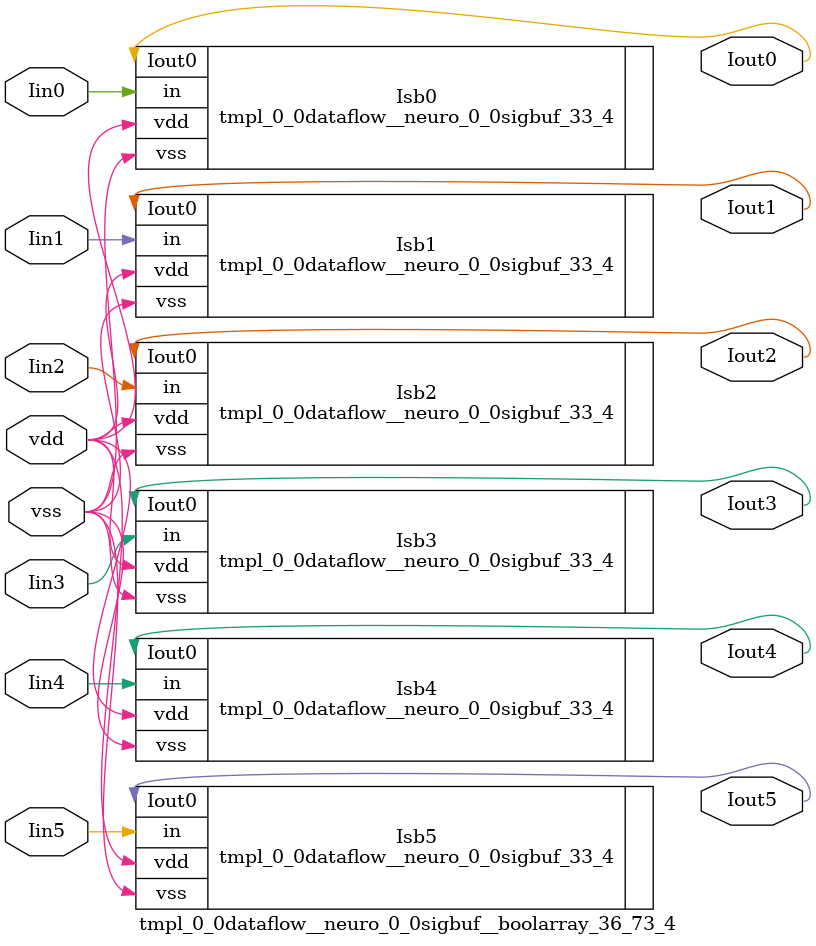
<source format=v>
module tmpl_0_0dataflow__neuro_0_0sigbuf__boolarray_36_73_4(Iin0 , Iin1 , Iin2 , Iin3 , Iin4 , Iin5 , Iout0 , Iout1 , Iout2 , Iout3 , Iout4 , Iout5 , vdd, vss); 
   input vdd;
   input vss;
   input Iin0 ;
   input Iin1 ;
   input Iin2 ;
   input Iin3 ;
   input Iin4 ;
   input Iin5 ;
   
   
   
   
   
   

// -- signals ---
   output Iout5 ;
   output Iout1 ;
   output Iout2 ;
   wire Iin4 ;
   output Iout3 ;
   wire Iin5 ;
   wire Iin3 ;
   output Iout0 ;
   wire Iin0 ;
   wire Iin1 ;
   wire Iin2 ;
   output Iout4 ;

// --- instances
tmpl_0_0dataflow__neuro_0_0sigbuf_33_4 Isb0  (.in(Iin0 ), .Iout0 (Iout0 ), .vdd(vdd), .vss(vss));
tmpl_0_0dataflow__neuro_0_0sigbuf_33_4 Isb1  (.in(Iin1 ), .Iout0 (Iout1 ), .vdd(vdd), .vss(vss));
tmpl_0_0dataflow__neuro_0_0sigbuf_33_4 Isb2  (.in(Iin2 ), .Iout0 (Iout2 ), .vdd(vdd), .vss(vss));
tmpl_0_0dataflow__neuro_0_0sigbuf_33_4 Isb3  (.in(Iin3 ), .Iout0 (Iout3 ), .vdd(vdd), .vss(vss));
tmpl_0_0dataflow__neuro_0_0sigbuf_33_4 Isb4  (.in(Iin4 ), .Iout0 (Iout4 ), .vdd(vdd), .vss(vss));
tmpl_0_0dataflow__neuro_0_0sigbuf_33_4 Isb5  (.in(Iin5 ), .Iout0 (Iout5 ), .vdd(vdd), .vss(vss));
endmodule
</source>
